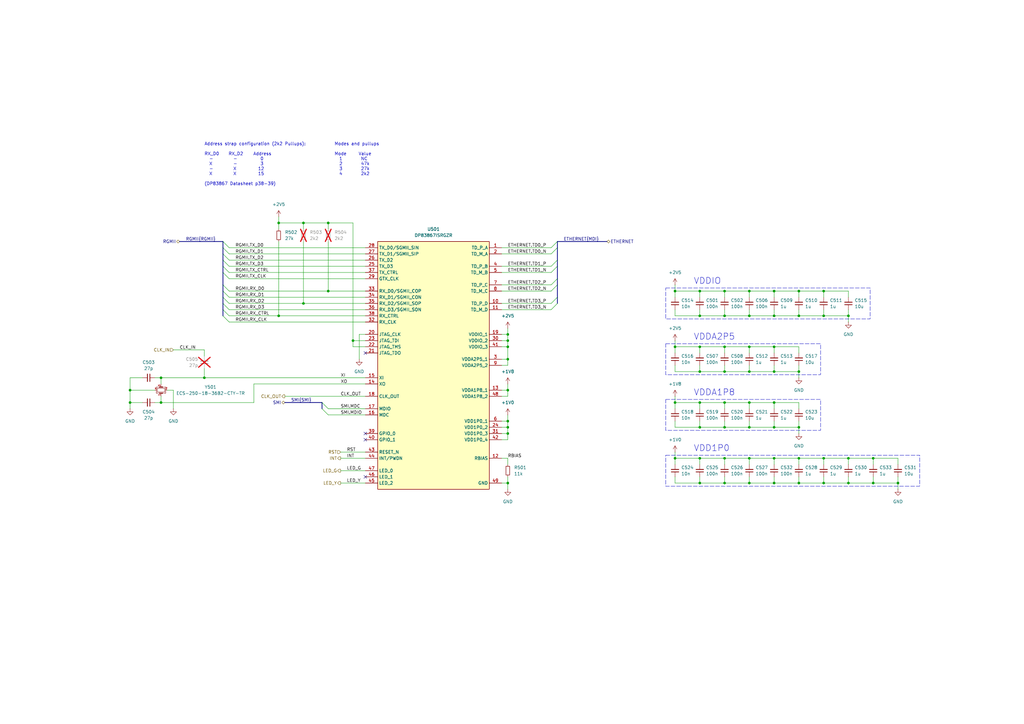
<source format=kicad_sch>
(kicad_sch (version 20231120) (generator "eeschema") (generator_version "8.0")
  (paper "A3")
  (title_block (date "2024-04-06") (rev "0.0.0") (company "Ben Smith"))
  (lib_symbols
    (symbol "DP83867CSRGZR:DP83867CSRGZR"
      (property "Reference" "U" (at 0 5.08 0))
      (property "Value" "DP83867CSRGZR" (at 0 2.54 0))
      (symbol "DP83867CSRGZR_1_1"
        (rectangle (start -22.86 0) (end 22.86 -101.6) (stroke (width 0.254)) (fill (type background)))
        (pin passive line (at 27.94 -2.54 180) (length 5.08) (name "TD_P_A") (number "1"))
        (pin passive line (at 27.94 -25.4 180) (length 5.08) (name "TD_P_D") (number "10"))
        (pin passive line (at 27.94 -27.94 180) (length 5.08) (name "TD_M_D") (number "11"))
        (pin passive line (at 27.94 -88.9 180) (length 5.08) (name "RBIAS") (number "12"))
        (pin passive line (at 27.94 -60.96 180) (length 5.08) (name "VDDA1P8_1") (number "13"))
        (pin passive line (at -27.94 -58.42 0) (length 5.08) (name "XO") (number "14"))
        (pin passive line (at -27.94 -55.88 0) (length 5.08) (name "XI") (number "15"))
        (pin passive line (at -27.94 -71.12 0) (length 5.08) (name "MDC") (number "16"))
        (pin passive line (at -27.94 -68.58 0) (length 5.08) (name "MDIO") (number "17"))
        (pin passive line (at -27.94 -63.5 0) (length 5.08) (name "CLK_OUT") (number "18"))
        (pin passive line (at 27.94 -38.1 180) (length 5.08) (name "VDDIO_1") (number "19"))
        (pin passive line (at 27.94 -5.08 180) (length 5.08) (name "TD_M_A") (number "2"))
        (pin passive line (at -27.94 -38.1 0) (length 5.08) (name "JTAG_CLK") (number "20"))
        (pin passive line (at -27.94 -45.72 0) (length 5.08) (name "JTAG_TDO") (number "21"))
        (pin passive line (at -27.94 -43.18 0) (length 5.08) (name "JTAG_TMS") (number "22"))
        (pin passive line (at -27.94 -40.64 0) (length 5.08) (name "JTAG_TDI") (number "23"))
        (pin passive line (at 27.94 -76.2 180) (length 5.08) (name "VDD1P0_2") (number "24"))
        (pin passive line (at -27.94 -10.16 0) (length 5.08) (name "TX_D3") (number "25"))
        (pin passive line (at -27.94 -7.62 0) (length 5.08) (name "TX_D2") (number "26"))
        (pin passive line (at -27.94 -5.08 0) (length 5.08) (name "TX_D1/SGMII_SIP") (number "27"))
        (pin passive line (at -27.94 -2.54 0) (length 5.08) (name "TX_D0/SGMII_SIN") (number "28"))
        (pin passive line (at -27.94 -15.24 0) (length 5.08) (name "GTX_CLK") (number "29"))
        (pin passive line (at 27.94 -48.26 180) (length 5.08) (name "VDDA2P5_1") (number "3"))
        (pin passive line (at 27.94 -40.64 180) (length 5.08) (name "VDDIO_2") (number "30"))
        (pin passive line (at 27.94 -78.74 180) (length 5.08) (name "VDD1P0_3") (number "31"))
        (pin passive line (at -27.94 -33.02 0) (length 5.08) (name "RX_CLK") (number "32"))
        (pin passive line (at -27.94 -20.32 0) (length 5.08) (name "RX_D0/SGMII_COP") (number "33"))
        (pin passive line (at -27.94 -22.86 0) (length 5.08) (name "RX_D1/SGMII_CON") (number "34"))
        (pin passive line (at -27.94 -25.4 0) (length 5.08) (name "RX_D2/SGMII_SOP") (number "35"))
        (pin passive line (at -27.94 -27.94 0) (length 5.08) (name "RX_D3/SGMII_SON") (number "36"))
        (pin passive line (at -27.94 -12.7 0) (length 5.08) (name "TX_CTRL") (number "37"))
        (pin passive line (at -27.94 -30.48 0) (length 5.08) (name "RX_CTRL") (number "38"))
        (pin passive line (at -27.94 -78.74 0) (length 5.08) (name "GPIO_0") (number "39"))
        (pin passive line (at 27.94 -10.16 180) (length 5.08) (name "TD_P_B") (number "4"))
        (pin passive line (at -27.94 -81.28 0) (length 5.08) (name "GPIO_1") (number "40"))
        (pin passive line (at 27.94 -43.18 180) (length 5.08) (name "VDDIO_3") (number "41"))
        (pin passive line (at 27.94 -81.28 180) (length 5.08) (name "VDD1P0_4") (number "42"))
        (pin passive line (at -27.94 -86.36 0) (length 5.08) (name "RESET_N") (number "43"))
        (pin passive line (at -27.94 -88.9 0) (length 5.08) (name "INT/PWDN") (number "44"))
        (pin passive line (at -27.94 -99.06 0) (length 5.08) (name "LED_2") (number "45"))
        (pin passive line (at -27.94 -96.52 0) (length 5.08) (name "LED_1") (number "46"))
        (pin passive line (at -27.94 -93.98 0) (length 5.08) (name "LED_0") (number "47"))
        (pin passive line (at 27.94 -63.5 180) (length 5.08) (name "VDDA1P8_2") (number "48"))
        (pin passive line (at 27.94 -99.06 180) (length 5.08) (name "GND") (number "49"))
        (pin passive line (at 27.94 -12.7 180) (length 5.08) (name "TD_M_B") (number "5"))
        (pin passive line (at 27.94 -73.66 180) (length 5.08) (name "VDD1P0_1") (number "6"))
        (pin passive line (at 27.94 -17.78 180) (length 5.08) (name "TD_P_C") (number "7"))
        (pin passive line (at 27.94 -20.32 180) (length 5.08) (name "TD_M_C") (number "8"))
        (pin passive line (at 27.94 -50.8 180) (length 5.08) (name "VDDA2P5_2") (number "9"))
      )
    )
    (symbol "Device:C_Small" (pin_numbers hide) (pin_names (offset 0.254) hide)
      (property "Reference" "C" (at 0.254 1.778 0))
      (property "Value" "C_Small" (at 0.254 -2.032 0))
      (symbol "C_Small_0_1"
        (polyline (pts (xy -1.524 -0.508) (xy 1.524 -0.508)) (stroke (width 0.3302)))
        (polyline (pts (xy -1.524 0.508) (xy 1.524 0.508)) (stroke (width 0.3048)))
      )
      (symbol "C_Small_1_1"
        (pin passive line (at 0 2.54 270) (length 2.032) (name "~") (number "1"))
        (pin passive line (at 0 -2.54 90) (length 2.032) (name "~") (number "2"))
      )
    )
    (symbol "Device:Crystal_GND24_Small" (pin_names (offset 1.016) hide)
      (property "Reference" "Y" (at 1.27 4.445 0))
      (property "Value" "Crystal_GND24_Small" (at 1.27 2.54 0))
      (symbol "Crystal_GND24_Small_0_1"
        (rectangle (start -0.762 -1.524) (end 0.762 1.524))
        (polyline (pts (xy -1.27 -0.762) (xy -1.27 0.762)) (stroke (width 0.381)))
        (polyline (pts (xy 1.27 -0.762) (xy 1.27 0.762)) (stroke (width 0.381)))
        (polyline (pts (xy -1.27 -1.27) (xy -1.27 -1.905) (xy 1.27 -1.905) (xy 1.27 -1.27)))
        (polyline (pts (xy -1.27 1.27) (xy -1.27 1.905) (xy 1.27 1.905) (xy 1.27 1.27)))
      )
      (symbol "Crystal_GND24_Small_1_1"
        (pin passive line (at -2.54 0 0) (length 1.27) (name "1") (number "1"))
        (pin passive line (at 0 -2.54 90) (length 0.635) (name "2") (number "2"))
        (pin passive line (at 2.54 0 180) (length 1.27) (name "3") (number "3"))
        (pin passive line (at 0 2.54 270) (length 0.635) (name "4") (number "4"))
      )
    )
    (symbol "Device:R_Small" (pin_numbers hide) (pin_names (offset 0.254) hide)
      (property "Reference" "R" (at 0.762 0.508 0))
      (property "Value" "R_Small" (at 0.762 -1.016 0))
      (symbol "R_Small_0_1"
        (rectangle (start -0.762 1.778) (end 0.762 -1.778) (stroke (width 0.2032)))
      )
      (symbol "R_Small_1_1"
        (pin passive line (at 0 2.54 270) (length 0.762) (name "~") (number "1"))
        (pin passive line (at 0 -2.54 90) (length 0.762) (name "~") (number "2"))
      )
    )
    (symbol "power:+1V0" (power) (pin_numbers hide) (pin_names (offset 0) hide)
      (property "Value" "+1V0" (at 0 3.556 0))
      (symbol "+1V0_0_1"
        (polyline (pts (xy -0.762 1.27) (xy 0 2.54)))
        (polyline (pts (xy 0 0) (xy 0 2.54)))
        (polyline (pts (xy 0 2.54) (xy 0.762 1.27)))
      )
      (symbol "+1V0_1_1"
        (pin power_in line (at 0 0 90) (length 0) (name "~") (number "1"))
      )
    )
    (symbol "power:+1V8" (power) (pin_numbers hide) (pin_names (offset 0) hide)
      (property "Value" "+1V8" (at 0 3.556 0))
      (symbol "+1V8_0_1"
        (polyline (pts (xy -0.762 1.27) (xy 0 2.54)))
        (polyline (pts (xy 0 0) (xy 0 2.54)))
        (polyline (pts (xy 0 2.54) (xy 0.762 1.27)))
      )
      (symbol "+1V8_1_1"
        (pin power_in line (at 0 0 90) (length 0) (name "~") (number "1"))
      )
    )
    (symbol "power:+2V5" (power) (pin_numbers hide) (pin_names (offset 0) hide)
      (property "Value" "+2V5" (at 0 3.556 0))
      (symbol "+2V5_0_1"
        (polyline (pts (xy -0.762 1.27) (xy 0 2.54)))
        (polyline (pts (xy 0 0) (xy 0 2.54)))
        (polyline (pts (xy 0 2.54) (xy 0.762 1.27)))
      )
      (symbol "+2V5_1_1"
        (pin power_in line (at 0 0 90) (length 0) (name "~") (number "1"))
      )
    )
    (symbol "power:GND" (power) (pin_numbers hide) (pin_names (offset 0) hide)
      (property "Value" "GND" (at 0 -3.81 0))
      (symbol "GND_0_1"
        (polyline (pts (xy 0 0) (xy 0 -1.27) (xy 1.27 -1.27) (xy 0 -2.54) (xy -1.27 -1.27) (xy 0 -1.27)))
      )
      (symbol "GND_1_1"
        (pin power_in line (at 0 0 270) (length 0) (name "~") (number "1"))
      )
    )
  )
  (bus_alias "MDI" (members "TD0_P" "TD0_N" "TD1_P" "TD1_N" "TD2_P" "TD2_N" "TD3_P" "TD3_N"))
  (bus_alias "RGMII" (members "TX_D0" "TX_D1" "TX_D2" "TX_D3" "TX_CTRL" "TX_CLK" "RX_D0" "RX_D1" "RX_D2" "RX_D3" "RX_CTRL" "RX_CLK"))
  (junction (at 327.66 129.54))
  (junction (at 297.18 129.54))
  (junction (at 208.28 172.72))
  (junction (at 297.18 175.26))
  (junction (at 114.3 91.44))
  (junction (at 297.18 142.24))
  (junction (at 317.5 129.54))
  (junction (at 307.34 187.96))
  (junction (at 337.82 119.38))
  (junction (at 297.18 119.38))
  (junction (at 307.34 152.4))
  (junction (at 287.02 175.26))
  (junction (at 83.82 154.94))
  (junction (at 287.02 129.54))
  (junction (at 53.34 160.02))
  (junction (at 66.04 165.1))
  (junction (at 124.46 91.44))
  (junction (at 307.34 198.12))
  (junction (at 297.18 165.1))
  (junction (at 297.18 187.96))
  (junction (at 307.34 165.1))
  (junction (at 317.5 187.96))
  (junction (at 66.04 154.94))
  (junction (at 307.34 142.24))
  (junction (at 53.34 165.1))
  (junction (at 287.02 142.24))
  (junction (at 358.14 187.96))
  (junction (at 208.28 198.12))
  (junction (at 317.5 142.24))
  (junction (at 287.02 119.38))
  (junction (at 327.66 119.38))
  (junction (at 297.18 198.12))
  (junction (at 347.98 129.54))
  (junction (at 327.66 175.26))
  (junction (at 134.62 119.38))
  (junction (at 287.02 198.12))
  (junction (at 337.82 129.54))
  (junction (at 208.28 160.02))
  (junction (at 287.02 187.96))
  (junction (at 347.98 187.96))
  (junction (at 317.5 175.26))
  (junction (at 208.28 147.32))
  (junction (at 317.5 152.4))
  (junction (at 317.5 165.1))
  (junction (at 307.34 129.54))
  (junction (at 347.98 198.12))
  (junction (at 134.62 91.44))
  (junction (at 208.28 139.7))
  (junction (at 317.5 119.38))
  (junction (at 208.28 175.26))
  (junction (at 287.02 152.4))
  (junction (at 144.78 139.7))
  (junction (at 307.34 175.26))
  (junction (at 368.3 198.12))
  (junction (at 337.82 198.12))
  (junction (at 276.86 119.38))
  (junction (at 124.46 124.46))
  (junction (at 276.86 142.24))
  (junction (at 317.5 198.12))
  (junction (at 114.3 129.54))
  (junction (at 327.66 152.4))
  (junction (at 327.66 187.96))
  (junction (at 208.28 142.24))
  (junction (at 337.82 187.96))
  (junction (at 307.34 119.38))
  (junction (at 208.28 137.16))
  (junction (at 287.02 165.1))
  (junction (at 297.18 152.4))
  (junction (at 208.28 177.8))
  (junction (at 327.66 198.12))
  (junction (at 276.86 165.1))
  (junction (at 276.86 187.96))
  (junction (at 358.14 198.12))
  (no_connect (at 149.86 144.78))
  (no_connect (at 149.86 177.8))
  (no_connect (at 149.86 180.34))
  (no_connect (at 149.86 195.58))
  (bus_entry (at 91.44 99.06) (size 2.54 2.54))
  (bus_entry (at 91.44 124.46) (size 2.54 2.54))
  (bus_entry (at 228.6 114.3) (size -2.54 2.54))
  (bus_entry (at 91.44 106.68) (size 2.54 2.54))
  (bus_entry (at 91.44 127) (size 2.54 2.54))
  (bus_entry (at 228.6 116.84) (size -2.54 2.54))
  (bus_entry (at 228.6 101.6) (size -2.54 2.54))
  (bus_entry (at 228.6 99.06) (size -2.54 2.54))
  (bus_entry (at 91.44 129.54) (size 2.54 2.54))
  (bus_entry (at 228.6 124.46) (size -2.54 2.54))
  (bus_entry (at 91.44 101.6) (size 2.54 2.54))
  (bus_entry (at 91.44 116.84) (size 2.54 2.54))
  (bus_entry (at 228.6 121.92) (size -2.54 2.54))
  (bus_entry (at 228.6 106.68) (size -2.54 2.54))
  (bus_entry (at 91.44 109.22) (size 2.54 2.54))
  (bus_entry (at 228.6 109.22) (size -2.54 2.54))
  (bus_entry (at 91.44 119.38) (size 2.54 2.54))
  (bus_entry (at 91.44 121.92) (size 2.54 2.54))
  (bus_entry (at 91.44 104.14) (size 2.54 2.54))
  (bus_entry (at 91.44 111.76) (size 2.54 2.54))
  (bus_entry (at 132.08 167.64) (size 2.54 2.54))
  (bus_entry (at 132.08 165.1) (size 2.54 2.54))
  (wire (pts (xy 93.98 127) (xy 149.86 127)))
  (wire (pts (xy 208.28 137.16) (xy 208.28 139.7)))
  (wire (pts (xy 317.5 119.38) (xy 327.66 119.38)))
  (wire (pts (xy 287.02 175.26) (xy 297.18 175.26)))
  (wire (pts (xy 327.66 129.54) (xy 337.82 129.54)))
  (wire (pts (xy 337.82 119.38) (xy 337.82 121.92)))
  (wire (pts (xy 287.02 129.54) (xy 297.18 129.54)))
  (wire (pts (xy 317.5 187.96) (xy 317.5 190.5)))
  (wire (pts (xy 317.5 165.1) (xy 327.66 165.1)))
  (wire (pts (xy 297.18 119.38) (xy 307.34 119.38)))
  (wire (pts (xy 307.34 129.54) (xy 317.5 129.54)))
  (wire (pts (xy 337.82 129.54) (xy 347.98 129.54)))
  (wire (pts (xy 307.34 142.24) (xy 317.5 142.24)))
  (wire (pts (xy 307.34 152.4) (xy 297.18 152.4)))
  (wire (pts (xy 307.34 165.1) (xy 307.34 167.64)))
  (wire (pts (xy 297.18 142.24) (xy 297.18 144.78)))
  (wire (pts (xy 208.28 180.34) (xy 205.74 180.34)))
  (wire (pts (xy 93.98 129.54) (xy 114.3 129.54)))
  (wire (pts (xy 208.28 147.32) (xy 205.74 147.32)))
  (bus (pts (xy 228.6 116.84) (xy 228.6 121.92)))
  (wire (pts (xy 317.5 129.54) (xy 327.66 129.54)))
  (wire (pts (xy 208.28 187.96) (xy 205.74 187.96)))
  (bus (pts (xy 91.44 111.76) (xy 91.44 116.84)))
  (wire (pts (xy 208.28 139.7) (xy 205.74 139.7)))
  (wire (pts (xy 53.34 160.02) (xy 53.34 165.1)))
  (bus (pts (xy 228.6 109.22) (xy 228.6 114.3)))
  (wire (pts (xy 327.66 119.38) (xy 337.82 119.38)))
  (wire (pts (xy 66.04 165.1) (xy 104.14 165.1)))
  (wire (pts (xy 149.86 170.18) (xy 134.62 170.18)))
  (wire (pts (xy 71.12 143.51) (xy 83.82 143.51)))
  (wire (pts (xy 337.82 119.38) (xy 347.98 119.38)))
  (wire (pts (xy 147.32 137.16) (xy 149.86 137.16)))
  (wire (pts (xy 205.74 162.56) (xy 208.28 162.56)))
  (bus (pts (xy 132.08 165.1) (xy 132.08 167.64)))
  (wire (pts (xy 287.02 195.58) (xy 287.02 198.12)))
  (wire (pts (xy 114.3 91.44) (xy 124.46 91.44)))
  (wire (pts (xy 114.3 129.54) (xy 149.86 129.54)))
  (bus (pts (xy 228.6 99.06) (xy 248.92 99.06)))
  (wire (pts (xy 327.66 149.86) (xy 327.66 152.4)))
  (wire (pts (xy 208.28 195.58) (xy 208.28 198.12)))
  (wire (pts (xy 144.78 139.7) (xy 144.78 91.44)))
  (wire (pts (xy 114.3 91.44) (xy 114.3 93.98)))
  (wire (pts (xy 104.14 157.48) (xy 149.86 157.48)))
  (wire (pts (xy 205.74 127) (xy 226.06 127)))
  (wire (pts (xy 327.66 167.64) (xy 327.66 165.1)))
  (wire (pts (xy 66.04 162.56) (xy 66.04 165.1)))
  (wire (pts (xy 276.86 165.1) (xy 276.86 167.64)))
  (wire (pts (xy 149.86 142.24) (xy 144.78 142.24)))
  (wire (pts (xy 287.02 165.1) (xy 287.02 167.64)))
  (wire (pts (xy 287.02 187.96) (xy 297.18 187.96)))
  (bus (pts (xy 132.08 165.1) (xy 116.84 165.1)))
  (wire (pts (xy 83.82 146.05) (xy 83.82 143.51)))
  (wire (pts (xy 93.98 109.22) (xy 149.86 109.22)))
  (wire (pts (xy 276.86 142.24) (xy 287.02 142.24)))
  (wire (pts (xy 205.74 109.22) (xy 226.06 109.22)))
  (wire (pts (xy 93.98 119.38) (xy 134.62 119.38)))
  (wire (pts (xy 317.5 119.38) (xy 317.5 121.92)))
  (wire (pts (xy 307.34 175.26) (xy 317.5 175.26)))
  (wire (pts (xy 307.34 152.4) (xy 317.5 152.4)))
  (wire (pts (xy 307.34 165.1) (xy 317.5 165.1)))
  (wire (pts (xy 287.02 187.96) (xy 287.02 190.5)))
  (wire (pts (xy 205.74 101.6) (xy 226.06 101.6)))
  (wire (pts (xy 358.14 195.58) (xy 358.14 198.12)))
  (bus (pts (xy 228.6 101.6) (xy 228.6 106.68)))
  (wire (pts (xy 205.74 198.12) (xy 208.28 198.12)))
  (bus (pts (xy 91.44 121.92) (xy 91.44 124.46)))
  (wire (pts (xy 208.28 149.86) (xy 205.74 149.86)))
  (wire (pts (xy 297.18 172.72) (xy 297.18 175.26)))
  (wire (pts (xy 307.34 172.72) (xy 307.34 175.26)))
  (wire (pts (xy 297.18 127) (xy 297.18 129.54)))
  (wire (pts (xy 276.86 185.42) (xy 276.86 187.96)))
  (wire (pts (xy 208.28 172.72) (xy 208.28 175.26)))
  (wire (pts (xy 297.18 142.24) (xy 307.34 142.24)))
  (bus (pts (xy 91.44 104.14) (xy 91.44 106.68)))
  (wire (pts (xy 327.66 187.96) (xy 337.82 187.96)))
  (wire (pts (xy 347.98 195.58) (xy 347.98 198.12)))
  (wire (pts (xy 116.84 162.56) (xy 149.86 162.56)))
  (wire (pts (xy 208.28 142.24) (xy 208.28 147.32)))
  (wire (pts (xy 337.82 195.58) (xy 337.82 198.12)))
  (wire (pts (xy 347.98 198.12) (xy 358.14 198.12)))
  (wire (pts (xy 327.66 195.58) (xy 327.66 198.12)))
  (wire (pts (xy 327.66 119.38) (xy 327.66 121.92)))
  (wire (pts (xy 124.46 91.44) (xy 134.62 91.44)))
  (wire (pts (xy 139.7 198.12) (xy 149.86 198.12)))
  (wire (pts (xy 317.5 175.26) (xy 327.66 175.26)))
  (wire (pts (xy 66.04 154.94) (xy 66.04 157.48)))
  (wire (pts (xy 208.28 147.32) (xy 208.28 149.86)))
  (wire (pts (xy 337.82 187.96) (xy 347.98 187.96)))
  (wire (pts (xy 327.66 172.72) (xy 327.66 175.26)))
  (bus (pts (xy 91.44 106.68) (xy 91.44 109.22)))
  (wire (pts (xy 287.02 149.86) (xy 287.02 152.4)))
  (wire (pts (xy 297.18 165.1) (xy 297.18 167.64)))
  (wire (pts (xy 208.28 177.8) (xy 208.28 180.34)))
  (wire (pts (xy 66.04 154.94) (xy 83.82 154.94)))
  (wire (pts (xy 208.28 142.24) (xy 205.74 142.24)))
  (wire (pts (xy 276.86 116.84) (xy 276.86 119.38)))
  (wire (pts (xy 307.34 175.26) (xy 297.18 175.26)))
  (wire (pts (xy 287.02 152.4) (xy 276.86 152.4)))
  (wire (pts (xy 358.14 187.96) (xy 358.14 190.5)))
  (wire (pts (xy 205.74 124.46) (xy 226.06 124.46)))
  (wire (pts (xy 337.82 198.12) (xy 347.98 198.12)))
  (wire (pts (xy 317.5 149.86) (xy 317.5 152.4)))
  (wire (pts (xy 276.86 172.72) (xy 276.86 175.26)))
  (wire (pts (xy 144.78 91.44) (xy 134.62 91.44)))
  (wire (pts (xy 147.32 147.32) (xy 147.32 137.16)))
  (wire (pts (xy 276.86 195.58) (xy 276.86 198.12)))
  (wire (pts (xy 276.86 119.38) (xy 276.86 121.92)))
  (bus (pts (xy 91.44 124.46) (xy 91.44 127)))
  (wire (pts (xy 276.86 198.12) (xy 287.02 198.12)))
  (wire (pts (xy 139.7 185.42) (xy 149.86 185.42)))
  (wire (pts (xy 276.86 129.54) (xy 287.02 129.54)))
  (wire (pts (xy 287.02 119.38) (xy 287.02 121.92)))
  (wire (pts (xy 208.28 162.56) (xy 208.28 160.02)))
  (bus (pts (xy 228.6 99.06) (xy 228.6 101.6)))
  (wire (pts (xy 287.02 142.24) (xy 297.18 142.24)))
  (wire (pts (xy 276.86 127) (xy 276.86 129.54)))
  (wire (pts (xy 287.02 172.72) (xy 287.02 175.26)))
  (wire (pts (xy 317.5 165.1) (xy 317.5 167.64)))
  (wire (pts (xy 208.28 198.12) (xy 208.28 200.66)))
  (wire (pts (xy 307.34 198.12) (xy 317.5 198.12)))
  (bus (pts (xy 91.44 99.06) (xy 91.44 101.6)))
  (wire (pts (xy 205.74 116.84) (xy 226.06 116.84)))
  (wire (pts (xy 276.86 139.7) (xy 276.86 142.24)))
  (wire (pts (xy 297.18 187.96) (xy 297.18 190.5)))
  (wire (pts (xy 139.7 193.04) (xy 149.86 193.04)))
  (wire (pts (xy 307.34 142.24) (xy 307.34 144.78)))
  (wire (pts (xy 58.42 154.94) (xy 53.34 154.94)))
  (wire (pts (xy 205.74 119.38) (xy 226.06 119.38)))
  (wire (pts (xy 53.34 154.94) (xy 53.34 160.02)))
  (wire (pts (xy 114.3 88.9) (xy 114.3 91.44)))
  (wire (pts (xy 93.98 106.68) (xy 149.86 106.68)))
  (wire (pts (xy 276.86 149.86) (xy 276.86 152.4)))
  (bus (pts (xy 228.6 121.92) (xy 228.6 124.46)))
  (wire (pts (xy 208.28 137.16) (xy 205.74 137.16)))
  (wire (pts (xy 205.74 104.14) (xy 226.06 104.14)))
  (wire (pts (xy 114.3 99.06) (xy 114.3 129.54)))
  (wire (pts (xy 297.18 149.86) (xy 297.18 152.4)))
  (wire (pts (xy 307.34 119.38) (xy 317.5 119.38)))
  (wire (pts (xy 307.34 187.96) (xy 307.34 190.5)))
  (wire (pts (xy 347.98 127) (xy 347.98 129.54)))
  (wire (pts (xy 307.34 187.96) (xy 317.5 187.96)))
  (wire (pts (xy 276.86 119.38) (xy 287.02 119.38)))
  (wire (pts (xy 358.14 187.96) (xy 368.3 187.96)))
  (wire (pts (xy 327.66 198.12) (xy 337.82 198.12)))
  (wire (pts (xy 68.58 160.02) (xy 71.12 160.02)))
  (wire (pts (xy 327.66 152.4) (xy 327.66 154.94)))
  (wire (pts (xy 149.86 139.7) (xy 144.78 139.7)))
  (wire (pts (xy 337.82 187.96) (xy 337.82 190.5)))
  (wire (pts (xy 368.3 190.5) (xy 368.3 187.96)))
  (bus (pts (xy 91.44 127) (xy 91.44 129.54)))
  (wire (pts (xy 139.7 187.96) (xy 149.86 187.96)))
  (wire (pts (xy 83.82 151.13) (xy 83.82 154.94)))
  (wire (pts (xy 287.02 119.38) (xy 297.18 119.38)))
  (wire (pts (xy 124.46 99.06) (xy 124.46 124.46)))
  (wire (pts (xy 347.98 129.54) (xy 347.98 132.08)))
  (wire (pts (xy 347.98 121.92) (xy 347.98 119.38)))
  (wire (pts (xy 63.5 154.94) (xy 66.04 154.94)))
  (wire (pts (xy 63.5 160.02) (xy 53.34 160.02)))
  (wire (pts (xy 317.5 195.58) (xy 317.5 198.12)))
  (wire (pts (xy 317.5 198.12) (xy 327.66 198.12)))
  (wire (pts (xy 208.28 170.18) (xy 208.28 172.72)))
  (wire (pts (xy 144.78 142.24) (xy 144.78 139.7)))
  (wire (pts (xy 276.86 187.96) (xy 287.02 187.96)))
  (wire (pts (xy 104.14 157.48) (xy 104.14 165.1)))
  (wire (pts (xy 317.5 127) (xy 317.5 129.54)))
  (wire (pts (xy 327.66 175.26) (xy 327.66 177.8)))
  (wire (pts (xy 317.5 142.24) (xy 317.5 144.78)))
  (wire (pts (xy 208.28 190.5) (xy 208.28 187.96)))
  (wire (pts (xy 317.5 172.72) (xy 317.5 175.26)))
  (wire (pts (xy 317.5 152.4) (xy 327.66 152.4)))
  (wire (pts (xy 307.34 149.86) (xy 307.34 152.4)))
  (wire (pts (xy 287.02 127) (xy 287.02 129.54)))
  (wire (pts (xy 317.5 187.96) (xy 327.66 187.96)))
  (wire (pts (xy 208.28 175.26) (xy 208.28 177.8)))
  (wire (pts (xy 297.18 187.96) (xy 307.34 187.96)))
  (wire (pts (xy 327.66 127) (xy 327.66 129.54)))
  (bus (pts (xy 228.6 114.3) (xy 228.6 116.84)))
  (wire (pts (xy 208.28 134.62) (xy 208.28 137.16)))
  (wire (pts (xy 307.34 195.58) (xy 307.34 198.12)))
  (wire (pts (xy 93.98 114.3) (xy 149.86 114.3)))
  (wire (pts (xy 317.5 142.24) (xy 327.66 142.24)))
  (wire (pts (xy 208.28 160.02) (xy 208.28 157.48)))
  (wire (pts (xy 276.86 165.1) (xy 287.02 165.1)))
  (wire (pts (xy 297.18 165.1) (xy 307.34 165.1)))
  (wire (pts (xy 287.02 165.1) (xy 297.18 165.1)))
  (wire (pts (xy 93.98 124.46) (xy 124.46 124.46)))
  (wire (pts (xy 358.14 198.12) (xy 368.3 198.12)))
  (wire (pts (xy 297.18 195.58) (xy 297.18 198.12)))
  (wire (pts (xy 93.98 111.76) (xy 149.86 111.76)))
  (wire (pts (xy 93.98 101.6) (xy 149.86 101.6)))
  (wire (pts (xy 337.82 127) (xy 337.82 129.54)))
  (wire (pts (xy 134.62 99.06) (xy 134.62 119.38)))
  (wire (pts (xy 71.12 160.02) (xy 71.12 167.64)))
  (wire (pts (xy 205.74 160.02) (xy 208.28 160.02)))
  (wire (pts (xy 347.98 187.96) (xy 347.98 190.5)))
  (wire (pts (xy 368.3 195.58) (xy 368.3 198.12)))
  (wire (pts (xy 93.98 132.08) (xy 149.86 132.08)))
  (wire (pts (xy 208.28 139.7) (xy 208.28 142.24)))
  (bus (pts (xy 91.44 109.22) (xy 91.44 111.76)))
  (wire (pts (xy 208.28 175.26) (xy 205.74 175.26)))
  (wire (pts (xy 307.34 127) (xy 307.34 129.54)))
  (wire (pts (xy 297.18 198.12) (xy 307.34 198.12)))
  (wire (pts (xy 327.66 144.78) (xy 327.66 142.24)))
  (wire (pts (xy 93.98 104.14) (xy 149.86 104.14)))
  (wire (pts (xy 53.34 165.1) (xy 58.42 165.1)))
  (wire (pts (xy 205.74 111.76) (xy 226.06 111.76)))
  (wire (pts (xy 327.66 187.96) (xy 327.66 190.5)))
  (bus (pts (xy 73.66 99.06) (xy 91.44 99.06)))
  (wire (pts (xy 149.86 167.64) (xy 134.62 167.64)))
  (wire (pts (xy 63.5 165.1) (xy 66.04 165.1)))
  (wire (pts (xy 287.02 175.26) (xy 276.86 175.26)))
  (wire (pts (xy 276.86 162.56) (xy 276.86 165.1)))
  (wire (pts (xy 307.34 119.38) (xy 307.34 121.92)))
  (wire (pts (xy 287.02 152.4) (xy 297.18 152.4)))
  (wire (pts (xy 208.28 177.8) (xy 205.74 177.8)))
  (wire (pts (xy 287.02 198.12) (xy 297.18 198.12)))
  (wire (pts (xy 93.98 121.92) (xy 149.86 121.92)))
  (bus (pts (xy 91.44 101.6) (xy 91.44 104.14)))
  (wire (pts (xy 276.86 142.24) (xy 276.86 144.78)))
  (wire (pts (xy 83.82 154.94) (xy 149.86 154.94)))
  (wire (pts (xy 134.62 119.38) (xy 149.86 119.38)))
  (wire (pts (xy 124.46 91.44) (xy 124.46 93.98)))
  (bus (pts (xy 228.6 106.68) (xy 228.6 109.22)))
  (wire (pts (xy 368.3 198.12) (xy 368.3 200.66)))
  (bus (pts (xy 91.44 119.38) (xy 91.44 121.92)))
  (wire (pts (xy 276.86 187.96) (xy 276.86 190.5)))
  (wire (pts (xy 208.28 172.72) (xy 205.74 172.72)))
  (wire (pts (xy 134.62 91.44) (xy 134.62 93.98)))
  (wire (pts (xy 297.18 119.38) (xy 297.18 121.92)))
  (wire (pts (xy 347.98 187.96) (xy 358.14 187.96)))
  (wire (pts (xy 53.34 167.64) (xy 53.34 165.1)))
  (bus (pts (xy 91.44 116.84) (xy 91.44 119.38)))
  (wire (pts (xy 124.46 124.46) (xy 149.86 124.46)))
  (wire (pts (xy 287.02 142.24) (xy 287.02 144.78)))
  (wire (pts (xy 297.18 129.54) (xy 307.34 129.54)))
  (rectangle (start 273.05 163.83) (end 336.55 176.53) (stroke (width 0) (type dash)))
  (rectangle (start 273.05 140.97) (end 336.55 153.67) (stroke (width 0) (type dash)))
  (rectangle (start 273.05 186.69) (end 377.19 199.39) (stroke (width 0) (type dash)))
  (rectangle (start 273.05 118.11) (end 356.87 130.81) (stroke (width 0) (type dash)))
  (text "VDDIO" (at 284.48 116.84 0) (effects (font (size 2.54 2.54)) (justify left bottom)))
  (text "VDD1P0" (at 284.48 185.42 0) (effects (font (size 2.54 2.54)) (justify left bottom)))
  (text "Address strap configuration (2k2 Pullups):\n\nRX_D0	RX_D2	Address\n  -		  -		   0\n  X		  -		   3\n  -		  X		  12\n  X		  X		  15\n\n(DP83867 Datasheet p38-39)" (at 83.82 58.42 0) (effects (font (size 1.27 1.27)) (justify left top)))
  (text "VDDA1P8" (at 284.48 162.56 0) (effects (font (size 2.54 2.54)) (justify left bottom)))
  (text "VDDA2P5" (at 284.48 139.7 0) (effects (font (size 2.54 2.54)) (justify left bottom)))
  (text "Modes and pullups\n\nMode	Value\n  1		 NC\n  2		 47k\n  3		 27k\n  4		 2k2" (at 137.16 58.42 0) (effects (font (size 1.27 1.27)) (justify left top)))
  (label "RBIAS" (at 208.28 187.96 0))
  (label "ETHERNET.TD2_N" (at 208.28 119.38 0))
  (label "SMI{SMI}" (at 119.38 165.1 0))
  (label "LED_G" (at 142.24 193.04 0))
  (label "RGMII.TX_CTRL" (at 96.52 111.76 0))
  (label "ETHERNET.TD2_P" (at 208.28 116.84 0))
  (label "ETHERNET.TD0_N" (at 208.28 104.14 0))
  (label "ETHERNET.TD3_N" (at 208.28 127 0))
  (label "ETHERNET.TD3_P" (at 208.28 124.46 0))
  (label "ETHERNET{MDI}" (at 231.14 99.06 0))
  (label "RGMII.RX_CTRL" (at 96.52 129.54 0))
  (label "CLK_IN" (at 73.66 143.51 0))
  (label "RGMII.RX_CLK" (at 96.52 132.08 0))
  (label "RGMII{RGMII}" (at 76.2 99.06 0))
  (label "RGMII.RX_D3" (at 96.52 127 0))
  (label "RGMII.RX_D0" (at 96.52 119.38 0))
  (label "INT" (at 142.24 187.96 0))
  (label "RST" (at 142.24 185.42 0))
  (label "XI" (at 139.7 154.94 0))
  (label "SMI.MDC" (at 139.7 167.64 0))
  (label "LED_Y" (at 142.24 198.12 0))
  (label "ETHERNET.TD0_P" (at 208.28 101.6 0))
  (label "ETHERNET.TD1_P" (at 208.28 109.22 0))
  (label "RGMII.TX_CLK" (at 96.52 114.3 0))
  (label "RGMII.TX_D0" (at 96.52 101.6 0))
  (label "RGMII.TX_D3" (at 96.52 109.22 0))
  (label "ETHERNET.TD1_N" (at 208.28 111.76 0))
  (label "XO" (at 139.7 157.48 0))
  (label "CLK_OUT" (at 139.7 162.56 0))
  (label "RGMII.TX_D1" (at 96.52 104.14 0))
  (label "RGMII.RX_D1" (at 96.52 121.92 0))
  (label "SMI.MDIO" (at 139.7 170.18 0))
  (label "RGMII.RX_D2" (at 96.52 124.46 0))
  (label "RGMII.TX_D2" (at 96.52 106.68 0))
  (hierarchical_label "ETHERNET" (shape bidirectional) (at 248.92 99.06 0))
  (hierarchical_label "INT" (shape output) (at 139.7 187.96 180))
  (hierarchical_label "SMI" (shape bidirectional) (at 116.84 165.1 180))
  (hierarchical_label "CLK_OUT" (shape output) (at 116.84 162.56 180))
  (hierarchical_label "RGMII" (shape bidirectional) (at 73.66 99.06 180))
  (hierarchical_label "LED_G" (shape output) (at 139.7 193.04 180))
  (hierarchical_label "CLK_IN" (shape input) (at 71.12 143.51 180))
  (hierarchical_label "LED_Y" (shape output) (at 139.7 198.12 180))
  (hierarchical_label "RST" (shape input) (at 139.7 185.42 180))
  (symbol (lib_id "power:GND") (at 71.12 167.64 0) (unit 1)
    (property "Reference" "#PWR0504" (effects (hide yes)))
    (property "Value" "GND" (at 71.12 172.72 0))
    (property "Description" "Power symbol creates a global label with name \"GND\" , ground" (effects (hide yes)))
    (instances (project "switch_main_v1" (path "" (reference "#PWR0504") (unit 1)) (path "" (reference "#PWR0604") (unit 1)) (path "" (reference "#PWR0704") (unit 1)) (path "" (reference "#PWR0804") (unit 1))))
  )
  (symbol (lib_id "Device:C_Small") (at 307.34 193.04 180) (unit 1)
    (property "Reference" "C527" (at 309.88 191.7635 0) (effects (justify right)))
    (property "Value" "100n" (at 309.88 194.3035 0) (effects (justify right)))
    (property "Footprint" "Capacitor_SMD:C_0402_1005Metric" (effects (hide yes)))
    (property "Description" "Unpolarized capacitor, small symbol" (effects (hide yes)))
    (instances (project "switch_main_v1" (path "" (reference "C527") (unit 1)) (path "" (reference "C627") (unit 1)) (path "" (reference "C727") (unit 1)) (path "" (reference "C827") (unit 1))))
  )
  (symbol (lib_id "power:GND") (at 147.32 147.32 0) (unit 1)
    (property "Reference" "#PWR0516" (effects (hide yes)))
    (property "Value" "GND" (at 147.32 152.4 0))
    (property "Description" "Power symbol creates a global label with name \"GND\" , ground" (effects (hide yes)))
    (instances (project "switch_main_v1" (path "" (reference "#PWR0516") (unit 1)) (path "" (reference "#PWR0616") (unit 1)) (path "" (reference "#PWR0716") (unit 1)) (path "" (reference "#PWR0816") (unit 1))))
  )
  (symbol (lib_id "Device:C_Small") (at 327.66 147.32 180) (unit 1)
    (property "Reference" "C517" (at 330.2 146.0435 0) (effects (justify right)))
    (property "Value" "10u" (at 330.2 148.5835 0) (effects (justify right)))
    (property "Footprint" "Capacitor_SMD:C_0402_1005Metric" (effects (hide yes)))
    (property "Description" "Unpolarized capacitor, small symbol" (effects (hide yes)))
    (instances (project "switch_main_v1" (path "" (reference "C517") (unit 1)) (path "" (reference "C617") (unit 1)) (path "" (reference "C717") (unit 1)) (path "" (reference "C817") (unit 1))))
  )
  (symbol (lib_id "Device:R_Small") (at 124.46 96.52 0) (mirror y) (unit 1) (dnp yes)
    (property "Reference" "R503" (at 127 95.2499 0) (effects (justify right)))
    (property "Value" "2k2" (at 127 97.7899 0) (effects (justify right)))
    (property "Footprint" "Resistor_SMD:R_0402_1005Metric" (effects (hide yes)))
    (property "Description" "Resistor, small symbol" (effects (hide yes)))
    (instances (project "switch_main_v1" (path "" (reference "R503") (unit 1)) (path "" (reference "R603") (unit 1)) (path "" (reference "R703") (unit 1)) (path "" (reference "R803") (unit 1))))
  )
  (symbol (lib_id "Device:C_Small") (at 297.18 193.04 180) (unit 1)
    (property "Reference" "C526" (at 299.72 191.7635 0) (effects (justify right)))
    (property "Value" "100n" (at 299.72 194.3035 0) (effects (justify right)))
    (property "Footprint" "Capacitor_SMD:C_0402_1005Metric" (effects (hide yes)))
    (property "Description" "Unpolarized capacitor, small symbol" (effects (hide yes)))
    (instances (project "switch_main_v1" (path "" (reference "C526") (unit 1)) (path "" (reference "C626") (unit 1)) (path "" (reference "C726") (unit 1)) (path "" (reference "C826") (unit 1))))
  )
  (symbol (lib_id "Device:C_Small") (at 60.96 154.94 270) (unit 1)
    (property "Reference" "C503" (at 60.9536 148.59 90))
    (property "Value" "27p" (at 60.9536 151.13 90))
    (property "Footprint" "Capacitor_SMD:C_0402_1005Metric" (effects (hide yes)))
    (property "Description" "Unpolarized capacitor, small symbol" (effects (hide yes)))
    (instances (project "switch_main_v1" (path "" (reference "C503") (unit 1)) (path "" (reference "C603") (unit 1)) (path "" (reference "C703") (unit 1)) (path "" (reference "C803") (unit 1))))
  )
  (symbol (lib_id "Device:C_Small") (at 347.98 124.46 180) (unit 1)
    (property "Reference" "C515" (at 350.52 123.1835 0) (effects (justify right)))
    (property "Value" "10u" (at 350.52 125.7235 0) (effects (justify right)))
    (property "Footprint" "Capacitor_SMD:C_0402_1005Metric" (effects (hide yes)))
    (property "Description" "Unpolarized capacitor, small symbol" (effects (hide yes)))
    (instances (project "switch_main_v1" (path "" (reference "C515") (unit 1)) (path "" (reference "C615") (unit 1)) (path "" (reference "C715") (unit 1)) (path "" (reference "C815") (unit 1))))
  )
  (symbol (lib_id "power:+1V0") (at 208.28 170.18 0) (unit 1)
    (property "Reference" "#PWR0605" (effects (hide yes)))
    (property "Value" "+1V0" (at 208.28 165.1 0))
    (property "Description" "Power symbol creates a global label with name \"+1V0\"" (effects (hide yes)))
    (instances (project "switch_main_v1" (path "" (reference "#PWR0605") (unit 1)) (path "" (reference "#PWR0505") (unit 1)) (path "" (reference "#PWR0705") (unit 1)) (path "" (reference "#PWR0805") (unit 1))))
  )
  (symbol (lib_id "power:+2V5") (at 208.28 134.62 0) (unit 1)
    (property "Reference" "#PWR0601" (effects (hide yes)))
    (property "Value" "+2V5" (at 208.28 129.54 0))
    (property "Description" "Power symbol creates a global label with name \"+2V5\"" (effects (hide yes)))
    (instances (project "switch_main_v1" (path "" (reference "#PWR0601") (unit 1)) (path "" (reference "#PWR0501") (unit 1)) (path "" (reference "#PWR0701") (unit 1)) (path "" (reference "#PWR0801") (unit 1))))
  )
  (symbol (lib_id "power:GND") (at 53.34 167.64 0) (unit 1)
    (property "Reference" "#PWR0503" (effects (hide yes)))
    (property "Value" "GND" (at 53.34 172.72 0))
    (property "Description" "Power symbol creates a global label with name \"GND\" , ground" (effects (hide yes)))
    (instances (project "switch_main_v1" (path "" (reference "#PWR0503") (unit 1)) (path "" (reference "#PWR0603") (unit 1)) (path "" (reference "#PWR0703") (unit 1)) (path "" (reference "#PWR0803") (unit 1))))
  )
  (symbol (lib_id "power:+2V5") (at 114.3 88.9 0) (unit 1)
    (property "Reference" "#PWR0515" (effects (hide yes)))
    (property "Value" "+2V5" (at 114.3 83.82 0))
    (property "Description" "Power symbol creates a global label with name \"+2V5\"" (effects (hide yes)))
    (instances (project "switch_main_v1" (path "" (reference "#PWR0515") (unit 1)) (path "" (reference "#PWR0615") (unit 1)) (path "" (reference "#PWR0715") (unit 1)) (path "" (reference "#PWR0815") (unit 1))))
  )
  (symbol (lib_id "Device:C_Small") (at 317.5 147.32 180) (unit 1)
    (property "Reference" "C513" (at 320.04 146.0435 0) (effects (justify right)))
    (property "Value" "1u" (at 320.04 148.5835 0) (effects (justify right)))
    (property "Footprint" "Capacitor_SMD:C_0402_1005Metric" (effects (hide yes)))
    (property "Description" "Unpolarized capacitor, small symbol" (effects (hide yes)))
    (instances (project "switch_main_v1" (path "" (reference "C513") (unit 1)) (path "" (reference "C613") (unit 1)) (path "" (reference "C713") (unit 1)) (path "" (reference "C813") (unit 1))))
  )
  (symbol (lib_id "Device:Crystal_GND24_Small") (at 66.04 160.02 90) (unit 1)
    (property "Reference" "Y501" (at 86.36 158.75 90))
    (property "Value" "ECS-250-18-36B2-CTY-TR" (at 86.36 161.29 90))
    (property "Footprint" "Crystal:Crystal_SMD_2520-4Pin_2.5x2.0mm" (effects (hide yes)))
    (property "Datasheet" "https://www.mouser.co.uk/datasheet/2/122/ECX_2236B2-2400583.pdf" (effects (hide yes)))
    (property "Description" "Four pin crystal, GND on pins 2 and 4, small symbol" (effects (hide yes)))
    (instances (project "switch_main_v1" (path "" (reference "Y501") (unit 1)) (path "" (reference "Y601") (unit 1)) (path "" (reference "Y701") (unit 1)) (path "" (reference "Y801") (unit 1))))
  )
  (symbol (lib_id "Device:C_Small") (at 317.5 170.18 180) (unit 1)
    (property "Reference" "C522" (at 320.04 168.9035 0) (effects (justify right)))
    (property "Value" "1u" (at 320.04 171.4435 0) (effects (justify right)))
    (property "Footprint" "Capacitor_SMD:C_0402_1005Metric" (effects (hide yes)))
    (property "Description" "Unpolarized capacitor, small symbol" (effects (hide yes)))
    (instances (project "switch_main_v1" (path "" (reference "C522") (unit 1)) (path "" (reference "C622") (unit 1)) (path "" (reference "C722") (unit 1)) (path "" (reference "C822") (unit 1))))
  )
  (symbol (lib_id "Device:C_Small") (at 327.66 124.46 180) (unit 1)
    (property "Reference" "C510" (at 330.2 123.1835 0) (effects (justify right)))
    (property "Value" "1u" (at 330.2 125.7235 0) (effects (justify right)))
    (property "Footprint" "Capacitor_SMD:C_0402_1005Metric" (effects (hide yes)))
    (property "Description" "Unpolarized capacitor, small symbol" (effects (hide yes)))
    (instances (project "switch_main_v1" (path "" (reference "C510") (unit 1)) (path "" (reference "C610") (unit 1)) (path "" (reference "C710") (unit 1)) (path "" (reference "C810") (unit 1))))
  )
  (symbol (lib_id "Device:C_Small") (at 368.3 193.04 180) (unit 1)
    (property "Reference" "C531" (at 370.84 191.7635 0) (effects (justify right)))
    (property "Value" "10u" (at 370.84 194.3035 0) (effects (justify right)))
    (property "Footprint" "Capacitor_SMD:C_0402_1005Metric" (effects (hide yes)))
    (property "Description" "Unpolarized capacitor, small symbol" (effects (hide yes)))
    (instances (project "switch_main_v1" (path "" (reference "C531") (unit 1)) (path "" (reference "C631") (unit 1)) (path "" (reference "C731") (unit 1)) (path "" (reference "C831") (unit 1))))
  )
  (symbol (lib_id "power:+1V8") (at 208.28 157.48 0) (unit 1)
    (property "Reference" "#PWR0602" (effects (hide yes)))
    (property "Value" "+1V8" (at 208.28 152.4 0))
    (property "Description" "Power symbol creates a global label with name \"+1V8\"" (effects (hide yes)))
    (instances (project "switch_main_v1" (path "" (reference "#PWR0602") (unit 1)) (path "" (reference "#PWR0502") (unit 1)) (path "" (reference "#PWR0702") (unit 1)) (path "" (reference "#PWR0802") (unit 1))))
  )
  (symbol (lib_id "power:+2V5") (at 276.86 116.84 0) (unit 1)
    (property "Reference" "#PWR0508" (effects (hide yes)))
    (property "Value" "+2V5" (at 276.86 111.76 0))
    (property "Description" "Power symbol creates a global label with name \"+2V5\"" (effects (hide yes)))
    (instances (project "switch_main_v1" (path "" (reference "#PWR0508") (unit 1)) (path "" (reference "#PWR0608") (unit 1)) (path "" (reference "#PWR0708") (unit 1)) (path "" (reference "#PWR0808") (unit 1))))
  )
  (symbol (lib_id "DP83867CSRGZR:DP83867CSRGZR") (at 177.8 99.06 0) (unit 1)
    (property "Reference" "U501" (at 177.8 93.98 0))
    (property "Value" "DP83867ISRGZR" (at 177.8 96.52 0))
    (property "Footprint" "QFN50P700X700X100-49N-D" (effects (hide yes)))
    (property "Datasheet" "http://www.ti.com/lit/gpn/dp83867cs" (effects (hide yes)))
    (property "Description" "Low-power, robust gigabit Ethernet PHY transceiver with SGMII" (effects (hide yes)))
    (property "Height" "1" (effects (hide yes)))
    (property "Mouser Part Number" "595-DP83867CSRGZR" (effects (hide yes)))
    (property "Mouser Price/Stock" "https://www.mouser.co.uk/ProductDetail/Texas-Instruments/DP83867CSRGZR?qs=VymPLiRQZITX7FeS2V5C7g%3D%3D" (effects (hide yes)))
    (property "Manufacturer_Name" "Texas Instruments" (effects (hide yes)))
    (property "Manufacturer_Part_Number" "DP83867CSRGZR" (effects (hide yes)))
    (instances (project "switch_main_v1" (path "" (reference "U501") (unit 1)) (path "" (reference "U601") (unit 1)) (path "" (reference "U701") (unit 1)) (path "" (reference "U801") (unit 1))))
  )
  (symbol (lib_id "Device:C_Small") (at 297.18 147.32 180) (unit 1)
    (property "Reference" "C508" (at 299.72 146.0435 0) (effects (justify right)))
    (property "Value" "100n" (at 299.72 148.5835 0) (effects (justify right)))
    (property "Footprint" "Capacitor_SMD:C_0402_1005Metric" (effects (hide yes)))
    (property "Description" "Unpolarized capacitor, small symbol" (effects (hide yes)))
    (instances (project "switch_main_v1" (path "" (reference "C508") (unit 1)) (path "" (reference "C608") (unit 1)) (path "" (reference "C708") (unit 1)) (path "" (reference "C808") (unit 1))))
  )
  (symbol (lib_id "Device:C_Small") (at 358.14 193.04 180) (unit 1)
    (property "Reference" "C533" (at 360.68 191.7635 0) (effects (justify right)))
    (property "Value" "1u" (at 360.68 194.3035 0) (effects (justify right)))
    (property "Footprint" "Capacitor_SMD:C_0402_1005Metric" (effects (hide yes)))
    (property "Description" "Unpolarized capacitor, small symbol" (effects (hide yes)))
    (instances (project "switch_main_v1" (path "" (reference "C533") (unit 1)) (path "" (reference "C633") (unit 1)) (path "" (reference "C733") (unit 1)) (path "" (reference "C833") (unit 1))))
  )
  (symbol (lib_id "Device:C_Small") (at 337.82 124.46 180) (unit 1)
    (property "Reference" "C511" (at 340.36 123.1835 0) (effects (justify right)))
    (property "Value" "1u" (at 340.36 125.7235 0) (effects (justify right)))
    (property "Footprint" "Capacitor_SMD:C_0402_1005Metric" (effects (hide yes)))
    (property "Description" "Unpolarized capacitor, small symbol" (effects (hide yes)))
    (instances (project "switch_main_v1" (path "" (reference "C511") (unit 1)) (path "" (reference "C611") (unit 1)) (path "" (reference "C711") (unit 1)) (path "" (reference "C811") (unit 1))))
  )
  (symbol (lib_id "Device:R_Small") (at 208.28 193.04 0) (mirror y) (unit 1)
    (property "Reference" "R501" (at 210.82 191.7699 0) (effects (justify right)))
    (property "Value" "11k" (at 210.82 194.3099 0) (effects (justify right)))
    (property "Footprint" "Resistor_SMD:R_0402_1005Metric" (effects (hide yes)))
    (property "Description" "Resistor, small symbol" (effects (hide yes)))
    (instances (project "switch_main_v1" (path "" (reference "R501") (unit 1)) (path "" (reference "R601") (unit 1)) (path "" (reference "R701") (unit 1)) (path "" (reference "R801") (unit 1))))
  )
  (symbol (lib_id "Device:C_Small") (at 297.18 170.18 180) (unit 1)
    (property "Reference" "C520" (at 299.72 168.9035 0) (effects (justify right)))
    (property "Value" "100n" (at 299.72 171.4435 0) (effects (justify right)))
    (property "Footprint" "Capacitor_SMD:C_0402_1005Metric" (effects (hide yes)))
    (property "Description" "Unpolarized capacitor, small symbol" (effects (hide yes)))
    (instances (project "switch_main_v1" (path "" (reference "C520") (unit 1)) (path "" (reference "C620") (unit 1)) (path "" (reference "C720") (unit 1)) (path "" (reference "C820") (unit 1))))
  )
  (symbol (lib_id "Device:R_Small") (at 134.62 96.52 0) (mirror y) (unit 1) (dnp yes)
    (property "Reference" "R504" (at 137.16 95.2499 0) (effects (justify right)))
    (property "Value" "2k2" (at 137.16 97.7899 0) (effects (justify right)))
    (property "Footprint" "Resistor_SMD:R_0402_1005Metric" (effects (hide yes)))
    (property "Description" "Resistor, small symbol" (effects (hide yes)))
    (instances (project "switch_main_v1" (path "" (reference "R504") (unit 1)) (path "" (reference "R604") (unit 1)) (path "" (reference "R704") (unit 1)) (path "" (reference "R804") (unit 1))))
  )
  (symbol (lib_id "Device:C_Small") (at 276.86 193.04 180) (unit 1)
    (property "Reference" "C524" (at 279.4 191.7635 0) (effects (justify right)))
    (property "Value" "10n" (at 279.4 194.3035 0) (effects (justify right)))
    (property "Footprint" "Capacitor_SMD:C_0402_1005Metric" (effects (hide yes)))
    (property "Description" "Unpolarized capacitor, small symbol" (effects (hide yes)))
    (instances (project "switch_main_v1" (path "" (reference "C524") (unit 1)) (path "" (reference "C624") (unit 1)) (path "" (reference "C724") (unit 1)) (path "" (reference "C824") (unit 1))))
  )
  (symbol (lib_id "power:GND") (at 327.66 154.94 0) (unit 1)
    (property "Reference" "#PWR0507" (effects (hide yes)))
    (property "Value" "GND" (at 327.66 160.02 0))
    (property "Description" "Power symbol creates a global label with name \"GND\" , ground" (effects (hide yes)))
    (instances (project "switch_main_v1" (path "" (reference "#PWR0507") (unit 1)) (path "" (reference "#PWR0607") (unit 1)) (path "" (reference "#PWR0707") (unit 1)) (path "" (reference "#PWR0807") (unit 1))))
  )
  (symbol (lib_id "power:GND") (at 347.98 132.08 0) (unit 1)
    (property "Reference" "#PWR0510" (effects (hide yes)))
    (property "Value" "GND" (at 347.98 137.16 0))
    (property "Description" "Power symbol creates a global label with name \"GND\" , ground" (effects (hide yes)))
    (instances (project "switch_main_v1" (path "" (reference "#PWR0510") (unit 1)) (path "" (reference "#PWR0610") (unit 1)) (path "" (reference "#PWR0710") (unit 1)) (path "" (reference "#PWR0810") (unit 1))))
  )
  (symbol (lib_id "Device:C_Small") (at 317.5 124.46 180) (unit 1)
    (property "Reference" "C509" (at 320.04 123.1835 0) (effects (justify right)))
    (property "Value" "1u" (at 320.04 125.7235 0) (effects (justify right)))
    (property "Footprint" "Capacitor_SMD:C_0402_1005Metric" (effects (hide yes)))
    (property "Description" "Unpolarized capacitor, small symbol" (effects (hide yes)))
    (instances (project "switch_main_v1" (path "" (reference "C509") (unit 1)) (path "" (reference "C609") (unit 1)) (path "" (reference "C709") (unit 1)) (path "" (reference "C809") (unit 1))))
  )
  (symbol (lib_id "Device:C_Small") (at 317.5 193.04 180) (unit 1)
    (property "Reference" "C532" (at 320.04 191.7635 0) (effects (justify right)))
    (property "Value" "100n" (at 320.04 194.3035 0) (effects (justify right)))
    (property "Footprint" "Capacitor_SMD:C_0402_1005Metric" (effects (hide yes)))
    (property "Description" "Unpolarized capacitor, small symbol" (effects (hide yes)))
    (instances (project "switch_main_v1" (path "" (reference "C532") (unit 1)) (path "" (reference "C632") (unit 1)) (path "" (reference "C732") (unit 1)) (path "" (reference "C832") (unit 1))))
  )
  (symbol (lib_id "Device:C_Small") (at 276.86 147.32 180) (unit 1)
    (property "Reference" "C516" (at 279.4 146.0435 0) (effects (justify right)))
    (property "Value" "10n" (at 279.4 148.5835 0) (effects (justify right)))
    (property "Footprint" "Capacitor_SMD:C_0402_1005Metric" (effects (hide yes)))
    (property "Description" "Unpolarized capacitor, small symbol" (effects (hide yes)))
    (instances (project "switch_main_v1" (path "" (reference "C516") (unit 1)) (path "" (reference "C616") (unit 1)) (path "" (reference "C716") (unit 1)) (path "" (reference "C816") (unit 1))))
  )
  (symbol (lib_id "Device:C_Small") (at 307.34 170.18 180) (unit 1)
    (property "Reference" "C521" (at 309.88 168.9035 0) (effects (justify right)))
    (property "Value" "1u" (at 309.88 171.4435 0) (effects (justify right)))
    (property "Footprint" "Capacitor_SMD:C_0402_1005Metric" (effects (hide yes)))
    (property "Description" "Unpolarized capacitor, small symbol" (effects (hide yes)))
    (instances (project "switch_main_v1" (path "" (reference "C521") (unit 1)) (path "" (reference "C621") (unit 1)) (path "" (reference "C721") (unit 1)) (path "" (reference "C821") (unit 1))))
  )
  (symbol (lib_id "Device:C_Small") (at 327.66 193.04 180) (unit 1)
    (property "Reference" "C528" (at 330.2 191.7635 0) (effects (justify right)))
    (property "Value" "1u" (at 330.2 194.3035 0) (effects (justify right)))
    (property "Footprint" "Capacitor_SMD:C_0402_1005Metric" (effects (hide yes)))
    (property "Description" "Unpolarized capacitor, small symbol" (effects (hide yes)))
    (instances (project "switch_main_v1" (path "" (reference "C528") (unit 1)) (path "" (reference "C628") (unit 1)) (path "" (reference "C728") (unit 1)) (path "" (reference "C828") (unit 1))))
  )
  (symbol (lib_id "Device:C_Small") (at 287.02 170.18 180) (unit 1)
    (property "Reference" "C519" (at 289.56 168.9035 0) (effects (justify right)))
    (property "Value" "100n" (at 289.56 171.4435 0) (effects (justify right)))
    (property "Footprint" "Capacitor_SMD:C_0402_1005Metric" (effects (hide yes)))
    (property "Description" "Unpolarized capacitor, small symbol" (effects (hide yes)))
    (instances (project "switch_main_v1" (path "" (reference "C519") (unit 1)) (path "" (reference "C619") (unit 1)) (path "" (reference "C719") (unit 1)) (path "" (reference "C819") (unit 1))))
  )
  (symbol (lib_id "Device:C_Small") (at 297.18 124.46 180) (unit 1)
    (property "Reference" "C502" (at 299.72 123.1835 0) (effects (justify right)))
    (property "Value" "100n" (at 299.72 125.7235 0) (effects (justify right)))
    (property "Footprint" "Capacitor_SMD:C_0402_1005Metric" (effects (hide yes)))
    (property "Description" "Unpolarized capacitor, small symbol" (effects (hide yes)))
    (instances (project "switch_main_v1" (path "" (reference "C502") (unit 1)) (path "" (reference "C602") (unit 1)) (path "" (reference "C702") (unit 1)) (path "" (reference "C802") (unit 1))))
  )
  (symbol (lib_id "Device:C_Small") (at 287.02 147.32 180) (unit 1)
    (property "Reference" "C507" (at 289.56 146.0435 0) (effects (justify right)))
    (property "Value" "100n" (at 289.56 148.5835 0) (effects (justify right)))
    (property "Footprint" "Capacitor_SMD:C_0402_1005Metric" (effects (hide yes)))
    (property "Description" "Unpolarized capacitor, small symbol" (effects (hide yes)))
    (instances (project "switch_main_v1" (path "" (reference "C507") (unit 1)) (path "" (reference "C607") (unit 1)) (path "" (reference "C707") (unit 1)) (path "" (reference "C807") (unit 1))))
  )
  (symbol (lib_id "power:GND") (at 327.66 177.8 0) (unit 1)
    (property "Reference" "#PWR0512" (effects (hide yes)))
    (property "Value" "GND" (at 327.66 182.88 0))
    (property "Description" "Power symbol creates a global label with name \"GND\" , ground" (effects (hide yes)))
    (instances (project "switch_main_v1" (path "" (reference "#PWR0512") (unit 1)) (path "" (reference "#PWR0612") (unit 1)) (path "" (reference "#PWR0712") (unit 1)) (path "" (reference "#PWR0812") (unit 1))))
  )
  (symbol (lib_id "power:GND") (at 368.3 200.66 0) (unit 1)
    (property "Reference" "#PWR0514" (effects (hide yes)))
    (property "Value" "GND" (at 368.3 205.74 0))
    (property "Description" "Power symbol creates a global label with name \"GND\" , ground" (effects (hide yes)))
    (instances (project "switch_main_v1" (path "" (reference "#PWR0514") (unit 1)) (path "" (reference "#PWR0614") (unit 1)) (path "" (reference "#PWR0714") (unit 1)) (path "" (reference "#PWR0814") (unit 1))))
  )
  (symbol (lib_id "power:+1V0") (at 276.86 185.42 0) (unit 1)
    (property "Reference" "#PWR0513" (effects (hide yes)))
    (property "Value" "+1V0" (at 276.86 180.34 0))
    (property "Description" "Power symbol creates a global label with name \"+1V0\"" (effects (hide yes)))
    (instances (project "switch_main_v1" (path "" (reference "#PWR0513") (unit 1)) (path "" (reference "#PWR0613") (unit 1)) (path "" (reference "#PWR0713") (unit 1)) (path "" (reference "#PWR0813") (unit 1))))
  )
  (symbol (lib_id "Device:C_Small") (at 287.02 124.46 180) (unit 1)
    (property "Reference" "C501" (at 289.56 123.1835 0) (effects (justify right)))
    (property "Value" "100n" (at 289.56 125.7235 0) (effects (justify right)))
    (property "Footprint" "Capacitor_SMD:C_0402_1005Metric" (effects (hide yes)))
    (property "Description" "Unpolarized capacitor, small symbol" (effects (hide yes)))
    (instances (project "switch_main_v1" (path "" (reference "C501") (unit 1)) (path "" (reference "C601") (unit 1)) (path "" (reference "C701") (unit 1)) (path "" (reference "C801") (unit 1))))
  )
  (symbol (lib_id "Device:C_Small") (at 327.66 170.18 180) (unit 1)
    (property "Reference" "C523" (at 330.2 168.9035 0) (effects (justify right)))
    (property "Value" "10u" (at 330.2 171.4435 0) (effects (justify right)))
    (property "Footprint" "Capacitor_SMD:C_0402_1005Metric" (effects (hide yes)))
    (property "Description" "Unpolarized capacitor, small symbol" (effects (hide yes)))
    (instances (project "switch_main_v1" (path "" (reference "C523") (unit 1)) (path "" (reference "C623") (unit 1)) (path "" (reference "C723") (unit 1)) (path "" (reference "C823") (unit 1))))
  )
  (symbol (lib_id "power:GND") (at 208.28 200.66 0) (unit 1)
    (property "Reference" "#PWR0506" (effects (hide yes)))
    (property "Value" "GND" (at 208.28 205.74 0))
    (property "Description" "Power symbol creates a global label with name \"GND\" , ground" (effects (hide yes)))
    (instances (project "switch_main_v1" (path "" (reference "#PWR0506") (unit 1)) (path "" (reference "#PWR0606") (unit 1)) (path "" (reference "#PWR0706") (unit 1)) (path "" (reference "#PWR0806") (unit 1))))
  )
  (symbol (lib_id "Device:C_Small") (at 83.82 148.59 0) (mirror x) (unit 1) (in_bom no) (dnp yes)
    (property "Reference" "C505" (at 81.28 147.3135 0) (effects (justify right)))
    (property "Value" "27p" (at 81.28 149.8535 0) (effects (justify right)))
    (property "Footprint" "Capacitor_SMD:C_0402_1005Metric" (effects (hide yes)))
    (property "Description" "Unpolarized capacitor, small symbol" (effects (hide yes)))
    (instances (project "switch_main_v1" (path "" (reference "C505") (unit 1)) (path "" (reference "C605") (unit 1)) (path "" (reference "C705") (unit 1)) (path "" (reference "C805") (unit 1))))
  )
  (symbol (lib_id "Device:C_Small") (at 307.34 147.32 180) (unit 1)
    (property "Reference" "C512" (at 309.88 146.0435 0) (effects (justify right)))
    (property "Value" "1u" (at 309.88 148.5835 0) (effects (justify right)))
    (property "Footprint" "Capacitor_SMD:C_0402_1005Metric" (effects (hide yes)))
    (property "Description" "Unpolarized capacitor, small symbol" (effects (hide yes)))
    (instances (project "switch_main_v1" (path "" (reference "C512") (unit 1)) (path "" (reference "C612") (unit 1)) (path "" (reference "C712") (unit 1)) (path "" (reference "C812") (unit 1))))
  )
  (symbol (lib_id "Device:C_Small") (at 307.34 124.46 180) (unit 1)
    (property "Reference" "C506" (at 309.88 123.1835 0) (effects (justify right)))
    (property "Value" "100n" (at 309.88 125.7235 0) (effects (justify right)))
    (property "Footprint" "Capacitor_SMD:C_0402_1005Metric" (effects (hide yes)))
    (property "Description" "Unpolarized capacitor, small symbol" (effects (hide yes)))
    (instances (project "switch_main_v1" (path "" (reference "C506") (unit 1)) (path "" (reference "C606") (unit 1)) (path "" (reference "C706") (unit 1)) (path "" (reference "C806") (unit 1))))
  )
  (symbol (lib_id "Device:C_Small") (at 60.96 165.1 270) (mirror x) (unit 1)
    (property "Reference" "C504" (at 60.9536 168.91 90))
    (property "Value" "27p" (at 60.9536 171.45 90))
    (property "Footprint" "Capacitor_SMD:C_0402_1005Metric" (effects (hide yes)))
    (property "Description" "Unpolarized capacitor, small symbol" (effects (hide yes)))
    (instances (project "switch_main_v1" (path "" (reference "C504") (unit 1)) (path "" (reference "C604") (unit 1)) (path "" (reference "C704") (unit 1)) (path "" (reference "C804") (unit 1))))
  )
  (symbol (lib_id "power:+1V8") (at 276.86 162.56 0) (unit 1)
    (property "Reference" "#PWR0511" (effects (hide yes)))
    (property "Value" "+1V8" (at 276.86 157.48 0))
    (property "Description" "Power symbol creates a global label with name \"+1V8\"" (effects (hide yes)))
    (instances (project "switch_main_v1" (path "" (reference "#PWR0511") (unit 1)) (path "" (reference "#PWR0611") (unit 1)) (path "" (reference "#PWR0711") (unit 1)) (path "" (reference "#PWR0811") (unit 1))))
  )
  (symbol (lib_id "Device:C_Small") (at 276.86 124.46 180) (unit 1)
    (property "Reference" "C514" (at 279.4 123.1835 0) (effects (justify right)))
    (property "Value" "10n" (at 279.4 125.7235 0) (effects (justify right)))
    (property "Footprint" "Capacitor_SMD:C_0402_1005Metric" (effects (hide yes)))
    (property "Description" "Unpolarized capacitor, small symbol" (effects (hide yes)))
    (instances (project "switch_main_v1" (path "" (reference "C514") (unit 1)) (path "" (reference "C614") (unit 1)) (path "" (reference "C714") (unit 1)) (path "" (reference "C814") (unit 1))))
  )
  (symbol (lib_id "power:+2V5") (at 276.86 139.7 0) (unit 1)
    (property "Reference" "#PWR0509" (effects (hide yes)))
    (property "Value" "+2V5" (at 276.86 134.62 0))
    (property "Description" "Power symbol creates a global label with name \"+2V5\"" (effects (hide yes)))
    (instances (project "switch_main_v1" (path "" (reference "#PWR0509") (unit 1)) (path "" (reference "#PWR0609") (unit 1)) (path "" (reference "#PWR0709") (unit 1)) (path "" (reference "#PWR0809") (unit 1))))
  )
  (symbol (lib_id "Device:C_Small") (at 347.98 193.04 180) (unit 1)
    (property "Reference" "C530" (at 350.52 191.7635 0) (effects (justify right)))
    (property "Value" "1u" (at 350.52 194.3035 0) (effects (justify right)))
    (property "Footprint" "Capacitor_SMD:C_0402_1005Metric" (effects (hide yes)))
    (property "Description" "Unpolarized capacitor, small symbol" (effects (hide yes)))
    (instances (project "switch_main_v1" (path "" (reference "C530") (unit 1)) (path "" (reference "C630") (unit 1)) (path "" (reference "C730") (unit 1)) (path "" (reference "C830") (unit 1))))
  )
  (symbol (lib_id "Device:C_Small") (at 287.02 193.04 180) (unit 1)
    (property "Reference" "C525" (at 289.56 191.7635 0) (effects (justify right)))
    (property "Value" "100n" (at 289.56 194.3035 0) (effects (justify right)))
    (property "Footprint" "Capacitor_SMD:C_0402_1005Metric" (effects (hide yes)))
    (property "Description" "Unpolarized capacitor, small symbol" (effects (hide yes)))
    (instances (project "switch_main_v1" (path "" (reference "C525") (unit 1)) (path "" (reference "C625") (unit 1)) (path "" (reference "C725") (unit 1)) (path "" (reference "C825") (unit 1))))
  )
  (symbol (lib_id "Device:C_Small") (at 276.86 170.18 180) (unit 1)
    (property "Reference" "C518" (at 279.4 168.9035 0) (effects (justify right)))
    (property "Value" "10n" (at 279.4 171.4435 0) (effects (justify right)))
    (property "Footprint" "Capacitor_SMD:C_0402_1005Metric" (effects (hide yes)))
    (property "Description" "Unpolarized capacitor, small symbol" (effects (hide yes)))
    (instances (project "switch_main_v1" (path "" (reference "C518") (unit 1)) (path "" (reference "C618") (unit 1)) (path "" (reference "C718") (unit 1)) (path "" (reference "C818") (unit 1))))
  )
  (symbol (lib_id "Device:R_Small") (at 114.3 96.52 0) (mirror y) (unit 1)
    (property "Reference" "R502" (at 116.84 95.2499 0) (effects (justify right)))
    (property "Value" "27k" (at 116.84 97.7899 0) (effects (justify right)))
    (property "Footprint" "Resistor_SMD:R_0402_1005Metric" (effects (hide yes)))
    (property "Description" "Resistor, small symbol" (effects (hide yes)))
    (instances (project "switch_main_v1" (path "" (reference "R502") (unit 1)) (path "" (reference "R602") (unit 1)) (path "" (reference "R702") (unit 1)) (path "" (reference "R802") (unit 1))))
  )
  (symbol (lib_id "Device:C_Small") (at 337.82 193.04 180) (unit 1)
    (property "Reference" "C529" (at 340.36 191.7635 0) (effects (justify right)))
    (property "Value" "1u" (at 340.36 194.3035 0) (effects (justify right)))
    (property "Footprint" "Capacitor_SMD:C_0402_1005Metric" (effects (hide yes)))
    (property "Description" "Unpolarized capacitor, small symbol" (effects (hide yes)))
    (instances (project "switch_main_v1" (path "" (reference "C529") (unit 1)) (path "" (reference "C629") (unit 1)) (path "" (reference "C729") (unit 1)) (path "" (reference "C829") (unit 1))))
  )
)
</source>
